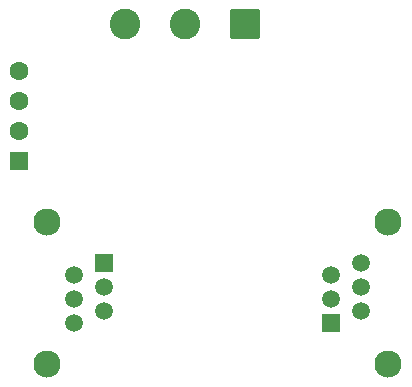
<source format=gbr>
%TF.GenerationSoftware,KiCad,Pcbnew,9.0.7-1.fc43*%
%TF.CreationDate,2026-02-06T20:22:46-08:00*%
%TF.ProjectId,inverter_board,696e7665-7274-4657-925f-626f6172642e,A0*%
%TF.SameCoordinates,PX81390e0PY9540020*%
%TF.FileFunction,Soldermask,Bot*%
%TF.FilePolarity,Negative*%
%FSLAX46Y46*%
G04 Gerber Fmt 4.6, Leading zero omitted, Abs format (unit mm)*
G04 Created by KiCad (PCBNEW 9.0.7-1.fc43) date 2026-02-06 20:22:46*
%MOMM*%
%LPD*%
G01*
G04 APERTURE LIST*
G04 Aperture macros list*
%AMRoundRect*
0 Rectangle with rounded corners*
0 $1 Rounding radius*
0 $2 $3 $4 $5 $6 $7 $8 $9 X,Y pos of 4 corners*
0 Add a 4 corners polygon primitive as box body*
4,1,4,$2,$3,$4,$5,$6,$7,$8,$9,$2,$3,0*
0 Add four circle primitives for the rounded corners*
1,1,$1+$1,$2,$3*
1,1,$1+$1,$4,$5*
1,1,$1+$1,$6,$7*
1,1,$1+$1,$8,$9*
0 Add four rect primitives between the rounded corners*
20,1,$1+$1,$2,$3,$4,$5,0*
20,1,$1+$1,$4,$5,$6,$7,0*
20,1,$1+$1,$6,$7,$8,$9,0*
20,1,$1+$1,$8,$9,$2,$3,0*%
G04 Aperture macros list end*
%ADD10RoundRect,0.250000X1.050000X1.050000X-1.050000X1.050000X-1.050000X-1.050000X1.050000X-1.050000X0*%
%ADD11C,2.600000*%
%ADD12C,2.300000*%
%ADD13R,1.520000X1.520000*%
%ADD14C,1.520000*%
%ADD15RoundRect,0.240000X-0.560000X-0.560000X0.560000X-0.560000X0.560000X0.560000X-0.560000X0.560000X0*%
%ADD16C,1.600000*%
G04 APERTURE END LIST*
D10*
%TO.C,J3*%
X-19021000Y31775000D03*
D11*
X-24101000Y31775000D03*
X-29181000Y31775000D03*
%TD*%
D12*
%TO.C,J2*%
X-6880000Y15050000D03*
X-6880000Y3050000D03*
D13*
X-11720000Y6500000D03*
D14*
X-9180000Y7520000D03*
X-11720000Y8540000D03*
X-9180000Y9560000D03*
X-11720000Y10580000D03*
X-9180000Y11600000D03*
%TD*%
D15*
%TO.C,B1*%
X-38139000Y20200000D03*
D16*
X-38139000Y22740000D03*
X-38139000Y25280000D03*
X-38139000Y27820000D03*
%TD*%
D12*
%TO.C,J1*%
X-35800000Y3000000D03*
X-35800000Y15000000D03*
D13*
X-30960000Y11550000D03*
D14*
X-33500000Y10530000D03*
X-30960000Y9510000D03*
X-33500000Y8490000D03*
X-30960000Y7470000D03*
X-33500000Y6450000D03*
%TD*%
M02*

</source>
